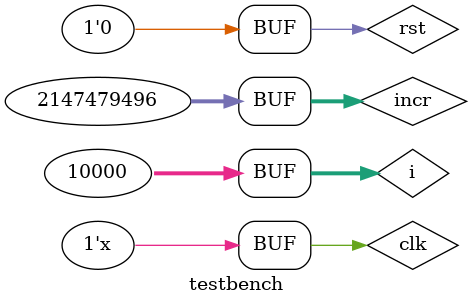
<source format=v>
`timescale 100ns / 1ps

module testbench(
);

    wire [7:0] sine; // unsigned waveform from function generator
    wire signed [7:0] x, y; // filter input/output signals
    reg clk, rst; // clock and reset
    reg [31:0] incr; // 32 bit counter for the function generator
    integer i; // for loop iterator
    wire [7:0] acc;
    
    moving_average_fir filter (
        .x0 (x),    // input signal
        .clk (clk), // clock signal
        .y (y)      // output signal
    );
    defparam filter.L = 5; // set filter size to 5
    
    // setup the function generator
    fun_text f_gen (
        .clk (clk),
        .reset (rst),
        .M (incr),
        .sin (sine),
        .acc (acc)
    );
    
    // shift signal from [0, 255] to [-128, 127]
    assign x = sine - 128;
    
    initial begin
        // reset the function generator
        clk <= 0;
        rst = 1;
        #1 rst = 0;
        
        // sweep the function generator
        //   start at 1kHz (2^32 * 1kHz / 10MHz = 429496)
        //   end at 5MHz (2^32 * 5MHz / 10MHz = 2147483648)
        //   over 1ms ((2147483648 - 429496) / (10MHz * 1ms) = 214705)
        incr = 429496;
        for (i=0; i<10000; i=i+1) begin
            #1 incr = incr + 214705;
        end
    end
    
    // create the clock signal
    always #1 clk = ~clk;

endmodule

</source>
